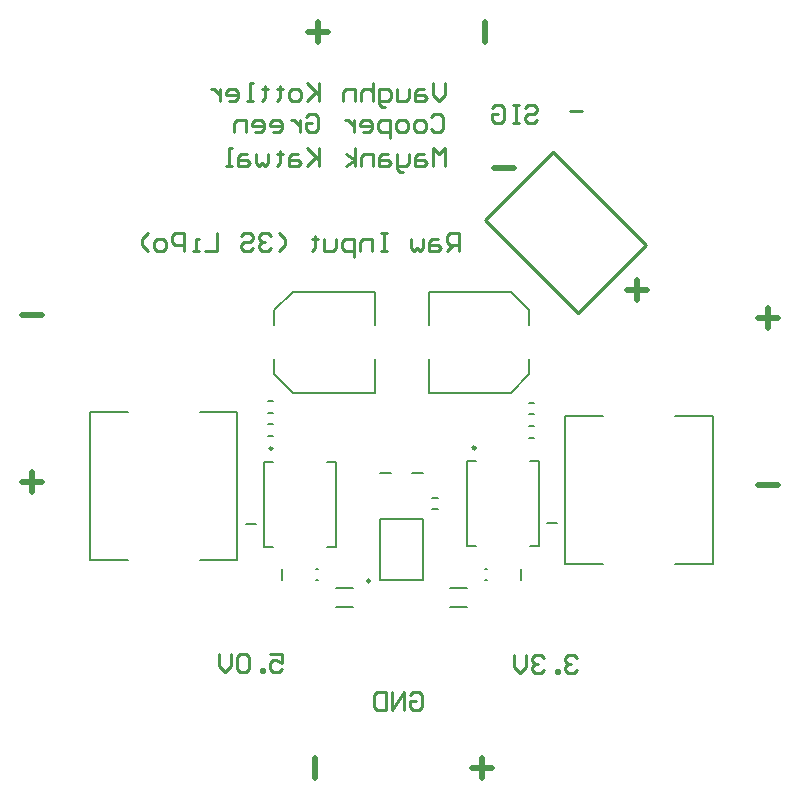
<source format=gbo>
G04*
G04 #@! TF.GenerationSoftware,Altium Limited,Altium Designer,18.1.6 (161)*
G04*
G04 Layer_Color=32896*
%FSLAX25Y25*%
%MOIN*%
G70*
G01*
G75*
%ADD10C,0.00984*%
%ADD12C,0.00787*%
%ADD13C,0.01000*%
%ADD16C,0.01968*%
D10*
X163878Y109646D02*
G03*
X163878Y109646I-492J0D01*
G01*
X199094Y154016D02*
G03*
X199094Y154016I-492J0D01*
G01*
X131378Y153819D02*
G03*
X131378Y153819I-492J0D01*
G01*
D12*
X167126Y110039D02*
Y130118D01*
X181693Y110039D02*
Y130118D01*
X167126Y110039D02*
X181693D01*
X167126Y130118D02*
X181693D01*
X202067Y113779D02*
X202854D01*
X202067Y109843D02*
X202854D01*
X145866Y113779D02*
X146653D01*
X145866Y109843D02*
X146653D01*
X196260Y121260D02*
Y149606D01*
X220276Y121260D02*
Y149606D01*
X196260D02*
X199193D01*
X196260Y121260D02*
X199193D01*
X217342Y149606D02*
X220276D01*
X217342Y121260D02*
X220276D01*
X128543Y121063D02*
Y149409D01*
X152559Y121063D02*
Y149409D01*
X128543D02*
X131476D01*
X128543Y121063D02*
X131476D01*
X149626Y149409D02*
X152559D01*
X149626Y121063D02*
X152559D01*
X131968Y178543D02*
Y183465D01*
Y178543D02*
X138071Y172441D01*
X131968Y199803D02*
X138071Y205906D01*
X131968Y194882D02*
Y199803D01*
X138071Y172441D02*
X165433D01*
Y183465D01*
Y194882D02*
Y205906D01*
X138071D02*
X165433D01*
X216732Y165157D02*
X218701D01*
X216732Y169095D02*
X218701D01*
X216929Y194882D02*
Y199803D01*
X210827Y205906D02*
X216929Y199803D01*
X210827Y172441D02*
X216929Y178543D01*
Y183465D01*
X183465Y205906D02*
X210827D01*
X183465Y194882D02*
Y205906D01*
Y172441D02*
Y183465D01*
Y172441D02*
X210827D01*
X129724Y169685D02*
X131693D01*
X129724Y165748D02*
X131693D01*
X278150Y115354D02*
Y164567D01*
X228937Y115354D02*
Y164567D01*
X265551Y115354D02*
X278150D01*
X265551Y164567D02*
X278150D01*
X228937Y115354D02*
X241535D01*
X228937Y164567D02*
X241535D01*
X70472Y116732D02*
Y165945D01*
X119685Y116732D02*
Y165945D01*
X70472D02*
X83071D01*
X70472Y116732D02*
X83071D01*
X107087Y165945D02*
X119685D01*
X107087Y116732D02*
X119685D01*
X222807Y128839D02*
X226350D01*
X177953Y145677D02*
X181496D01*
X190551Y107283D02*
X196063D01*
X190551Y100984D02*
X196063D01*
X152559Y107283D02*
X158071D01*
X152559Y100984D02*
X158071D01*
X216732Y157283D02*
X218701D01*
X216732Y161221D02*
X218701D01*
X129724Y161811D02*
X131693D01*
X129724Y157874D02*
X131693D01*
X184449Y133465D02*
X186417D01*
X184449Y137402D02*
X186417D01*
X214272Y110039D02*
Y113583D01*
X134449Y110039D02*
Y113583D01*
X122441Y128642D02*
X125984D01*
X167323Y145669D02*
X170866D01*
D13*
X233288Y198897D02*
X255915Y221524D01*
X202175Y230010D02*
X233288Y198897D01*
X224803Y252637D02*
X255915Y221524D01*
X202175Y230010D02*
X224803Y252637D01*
X188779Y247835D02*
Y253833D01*
X186780Y251833D01*
X184781Y253833D01*
Y247835D01*
X181782Y251833D02*
X179782D01*
X178783Y250834D01*
Y247835D01*
X181782D01*
X182782Y248834D01*
X181782Y249834D01*
X178783D01*
X176783Y251833D02*
Y248834D01*
X175784Y247835D01*
X172785D01*
Y246835D01*
X173784Y245835D01*
X174784D01*
X172785Y247835D02*
Y251833D01*
X169786D02*
X167786D01*
X166787Y250834D01*
Y247835D01*
X169786D01*
X170785Y248834D01*
X169786Y249834D01*
X166787D01*
X164787Y247835D02*
Y251833D01*
X161788D01*
X160789Y250834D01*
Y247835D01*
X158789D02*
Y253833D01*
Y249834D02*
X155790Y251833D01*
X158789Y249834D02*
X155790Y247835D01*
X146793Y253833D02*
Y247835D01*
Y249834D01*
X142794Y253833D01*
X145793Y250834D01*
X142794Y247835D01*
X139795Y251833D02*
X137796D01*
X136796Y250834D01*
Y247835D01*
X139795D01*
X140795Y248834D01*
X139795Y249834D01*
X136796D01*
X133797Y252833D02*
Y251833D01*
X134797D01*
X132798D01*
X133797D01*
Y248834D01*
X132798Y247835D01*
X129799Y251833D02*
Y248834D01*
X128799Y247835D01*
X127799Y248834D01*
X126800Y247835D01*
X125800Y248834D01*
Y251833D01*
X122801D02*
X120801D01*
X119802Y250834D01*
Y247835D01*
X122801D01*
X123801Y248834D01*
X122801Y249834D01*
X119802D01*
X117803Y247835D02*
X115803D01*
X116803D01*
Y253833D01*
X117803D01*
X184387Y264250D02*
X185387Y265250D01*
X187386D01*
X188386Y264250D01*
Y260252D01*
X187386Y259252D01*
X185387D01*
X184387Y260252D01*
X181388Y259252D02*
X179389D01*
X178389Y260252D01*
Y262251D01*
X179389Y263251D01*
X181388D01*
X182388Y262251D01*
Y260252D01*
X181388Y259252D01*
X175390D02*
X173391D01*
X172391Y260252D01*
Y262251D01*
X173391Y263251D01*
X175390D01*
X176390Y262251D01*
Y260252D01*
X175390Y259252D01*
X170392Y257253D02*
Y263251D01*
X167393D01*
X166393Y262251D01*
Y260252D01*
X167393Y259252D01*
X170392D01*
X161395D02*
X163394D01*
X164394Y260252D01*
Y262251D01*
X163394Y263251D01*
X161395D01*
X160395Y262251D01*
Y261251D01*
X164394D01*
X158396Y263251D02*
Y259252D01*
Y261251D01*
X157396Y262251D01*
X156396Y263251D01*
X155396D01*
X142401Y264250D02*
X143400Y265250D01*
X145400D01*
X146399Y264250D01*
Y260252D01*
X145400Y259252D01*
X143400D01*
X142401Y260252D01*
Y262251D01*
X144400D01*
X140401Y263251D02*
Y259252D01*
Y261251D01*
X139402Y262251D01*
X138402Y263251D01*
X137402D01*
X131404Y259252D02*
X133404D01*
X134403Y260252D01*
Y262251D01*
X133404Y263251D01*
X131404D01*
X130405Y262251D01*
Y261251D01*
X134403D01*
X125406Y259252D02*
X127406D01*
X128405Y260252D01*
Y262251D01*
X127406Y263251D01*
X125406D01*
X124407Y262251D01*
Y261251D01*
X128405D01*
X122407Y259252D02*
Y263251D01*
X119408D01*
X118409Y262251D01*
Y259252D01*
X188779Y275683D02*
Y271684D01*
X186780Y269685D01*
X184781Y271684D01*
Y275683D01*
X181782Y273684D02*
X179782D01*
X178783Y272684D01*
Y269685D01*
X181782D01*
X182782Y270685D01*
X181782Y271684D01*
X178783D01*
X176783Y273684D02*
Y270685D01*
X175784Y269685D01*
X172785D01*
Y273684D01*
X168786Y267686D02*
X167786D01*
X166787Y268685D01*
Y273684D01*
X169786D01*
X170785Y272684D01*
Y270685D01*
X169786Y269685D01*
X166787D01*
X164787Y275683D02*
Y269685D01*
Y272684D01*
X163788Y273684D01*
X161788D01*
X160789Y272684D01*
Y269685D01*
X158789D02*
Y273684D01*
X155790D01*
X154790Y272684D01*
Y269685D01*
X146793Y275683D02*
Y269685D01*
Y271684D01*
X142794Y275683D01*
X145793Y272684D01*
X142794Y269685D01*
X139795D02*
X137796D01*
X136796Y270685D01*
Y272684D01*
X137796Y273684D01*
X139795D01*
X140795Y272684D01*
Y270685D01*
X139795Y269685D01*
X133797Y274683D02*
Y273684D01*
X134797D01*
X132798D01*
X133797D01*
Y270685D01*
X132798Y269685D01*
X128799Y274683D02*
Y273684D01*
X129799D01*
X127799D01*
X128799D01*
Y270685D01*
X127799Y269685D01*
X124800D02*
X122801D01*
X123801D01*
Y275683D01*
X124800D01*
X116803Y269685D02*
X118802D01*
X119802Y270685D01*
Y272684D01*
X118802Y273684D01*
X116803D01*
X115803Y272684D01*
Y271684D01*
X119802D01*
X113804Y273684D02*
Y269685D01*
Y271684D01*
X112804Y272684D01*
X111804Y273684D01*
X110805D01*
X215686Y267400D02*
X216686Y268400D01*
X218685D01*
X219685Y267400D01*
Y266400D01*
X218685Y265401D01*
X216686D01*
X215686Y264401D01*
Y263401D01*
X216686Y262402D01*
X218685D01*
X219685Y263401D01*
X213687Y268400D02*
X211688D01*
X212687D01*
Y262402D01*
X213687D01*
X211688D01*
X204690Y267400D02*
X205690Y268400D01*
X207689D01*
X208689Y267400D01*
Y263401D01*
X207689Y262402D01*
X205690D01*
X204690Y263401D01*
Y265401D01*
X206689D01*
X230709Y266188D02*
X234707D01*
X177301Y71534D02*
X178300Y72534D01*
X180299D01*
X181299Y71534D01*
Y67535D01*
X180299Y66535D01*
X178300D01*
X177301Y67535D01*
Y69534D01*
X179300D01*
X175301Y66535D02*
Y72534D01*
X171302Y66535D01*
Y72534D01*
X169303D02*
Y66535D01*
X166304D01*
X165304Y67535D01*
Y71534D01*
X166304Y72534D01*
X169303D01*
X232874Y83935D02*
X231874Y84935D01*
X229875D01*
X228875Y83935D01*
Y82936D01*
X229875Y81936D01*
X230875D01*
X229875D01*
X228875Y80936D01*
Y79937D01*
X229875Y78937D01*
X231874D01*
X232874Y79937D01*
X226876Y78937D02*
Y79937D01*
X225876D01*
Y78937D01*
X226876D01*
X221878Y83935D02*
X220878Y84935D01*
X218879D01*
X217879Y83935D01*
Y82936D01*
X218879Y81936D01*
X219878D01*
X218879D01*
X217879Y80936D01*
Y79937D01*
X218879Y78937D01*
X220878D01*
X221878Y79937D01*
X215880Y84935D02*
Y80936D01*
X213880Y78937D01*
X211881Y80936D01*
Y84935D01*
X130450Y85132D02*
X134449D01*
Y82133D01*
X132449Y83133D01*
X131450D01*
X130450Y82133D01*
Y80133D01*
X131450Y79134D01*
X133449D01*
X134449Y80133D01*
X128451Y79134D02*
Y80133D01*
X127451D01*
Y79134D01*
X128451D01*
X123452Y84132D02*
X122453Y85132D01*
X120453D01*
X119454Y84132D01*
Y80133D01*
X120453Y79134D01*
X122453D01*
X123452Y80133D01*
Y84132D01*
X117454Y85132D02*
Y81133D01*
X115455Y79134D01*
X113456Y81133D01*
Y85132D01*
X193701Y219488D02*
Y225486D01*
X190702D01*
X189702Y224487D01*
Y222487D01*
X190702Y221487D01*
X193701D01*
X191701D02*
X189702Y219488D01*
X186703Y223487D02*
X184704D01*
X183704Y222487D01*
Y219488D01*
X186703D01*
X187703Y220488D01*
X186703Y221487D01*
X183704D01*
X181705Y223487D02*
Y220488D01*
X180705Y219488D01*
X179705Y220488D01*
X178706Y219488D01*
X177706Y220488D01*
Y223487D01*
X169709Y225486D02*
X167709D01*
X168709D01*
Y219488D01*
X169709D01*
X167709D01*
X164710D02*
Y223487D01*
X161711D01*
X160712Y222487D01*
Y219488D01*
X158712Y217489D02*
Y223487D01*
X155713D01*
X154713Y222487D01*
Y220488D01*
X155713Y219488D01*
X158712D01*
X152714Y223487D02*
Y220488D01*
X151714Y219488D01*
X148715D01*
Y223487D01*
X145716Y224487D02*
Y223487D01*
X146716D01*
X144717D01*
X145716D01*
Y220488D01*
X144717Y219488D01*
X133720D02*
X135720Y221487D01*
Y223487D01*
X133720Y225486D01*
X130721Y224487D02*
X129721Y225486D01*
X127722D01*
X126723Y224487D01*
Y223487D01*
X127722Y222487D01*
X128722D01*
X127722D01*
X126723Y221487D01*
Y220488D01*
X127722Y219488D01*
X129721D01*
X130721Y220488D01*
X120724Y224487D02*
X121724Y225486D01*
X123723D01*
X124723Y224487D01*
Y223487D01*
X123723Y222487D01*
X121724D01*
X120724Y221487D01*
Y220488D01*
X121724Y219488D01*
X123723D01*
X124723Y220488D01*
X112727Y225486D02*
Y219488D01*
X108728D01*
X106729D02*
X104730D01*
X105729D01*
Y223487D01*
X106729D01*
X101731Y219488D02*
Y225486D01*
X98731D01*
X97732Y224487D01*
Y222487D01*
X98731Y221487D01*
X101731D01*
X94733Y219488D02*
X92734D01*
X91734Y220488D01*
Y222487D01*
X92734Y223487D01*
X94733D01*
X95732Y222487D01*
Y220488D01*
X94733Y219488D01*
X89734D02*
X87735Y221487D01*
Y223487D01*
X89734Y225486D01*
D16*
X202285Y289370D02*
Y295930D01*
X146576Y289370D02*
Y295930D01*
X143297Y292650D02*
X149856D01*
X54449Y198348D02*
X47889D01*
X54449Y142639D02*
X47889D01*
X51169Y139360D02*
Y145919D01*
X145471Y50512D02*
Y43952D01*
X201180Y50512D02*
Y43952D01*
X204459Y47232D02*
X197900D01*
X293307Y141534D02*
X299867D01*
X293307Y197242D02*
X299867D01*
X296587Y200522D02*
Y193963D01*
X211811Y247443D02*
X205252D01*
X256102Y206695D02*
X249543D01*
X252823Y203415D02*
Y209974D01*
M02*

</source>
